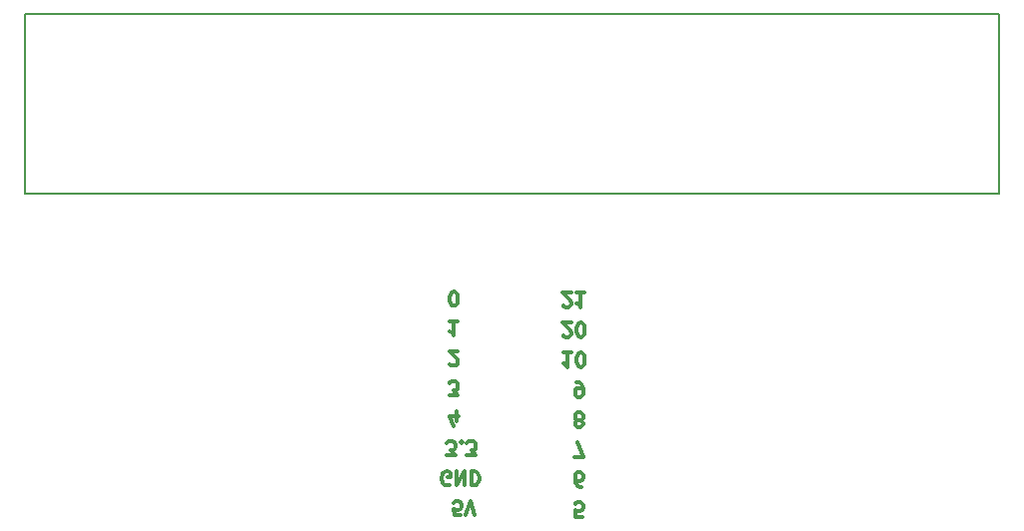
<source format=gbr>
%TF.GenerationSoftware,KiCad,Pcbnew,7.0.6-0*%
%TF.CreationDate,2023-12-02T16:23:56+00:00*%
%TF.ProjectId,Bitko clock,4269746b-6f20-4636-9c6f-636b2e6b6963,rev?*%
%TF.SameCoordinates,Original*%
%TF.FileFunction,Legend,Bot*%
%TF.FilePolarity,Positive*%
%FSLAX46Y46*%
G04 Gerber Fmt 4.6, Leading zero omitted, Abs format (unit mm)*
G04 Created by KiCad (PCBNEW 7.0.6-0) date 2023-12-02 16:23:56*
%MOMM*%
%LPD*%
G01*
G04 APERTURE LIST*
%ADD10C,0.300000*%
%ADD11C,0.150000*%
G04 APERTURE END LIST*
D10*
X69300368Y-85744457D02*
X68728940Y-85744457D01*
X68728940Y-85744457D02*
X68671797Y-85173028D01*
X68671797Y-85173028D02*
X68728940Y-85230171D01*
X68728940Y-85230171D02*
X68843226Y-85287314D01*
X68843226Y-85287314D02*
X69128940Y-85287314D01*
X69128940Y-85287314D02*
X69243226Y-85230171D01*
X69243226Y-85230171D02*
X69300368Y-85173028D01*
X69300368Y-85173028D02*
X69357511Y-85058742D01*
X69357511Y-85058742D02*
X69357511Y-84773028D01*
X69357511Y-84773028D02*
X69300368Y-84658742D01*
X69300368Y-84658742D02*
X69243226Y-84601600D01*
X69243226Y-84601600D02*
X69128940Y-84544457D01*
X69128940Y-84544457D02*
X68843226Y-84544457D01*
X68843226Y-84544457D02*
X68728940Y-84601600D01*
X68728940Y-84601600D02*
X68671797Y-84658742D01*
X69700368Y-85744457D02*
X70100368Y-84544457D01*
X70100368Y-84544457D02*
X70500368Y-85744457D01*
X78924796Y-80764457D02*
X79724796Y-80764457D01*
X79724796Y-80764457D02*
X79210510Y-79564457D01*
X68942368Y-77724457D02*
X68942368Y-76924457D01*
X68656653Y-78181600D02*
X68370939Y-77324457D01*
X68370939Y-77324457D02*
X69113796Y-77324457D01*
X68313796Y-75584457D02*
X69056653Y-75584457D01*
X69056653Y-75584457D02*
X68656653Y-75127314D01*
X68656653Y-75127314D02*
X68828082Y-75127314D01*
X68828082Y-75127314D02*
X68942368Y-75070171D01*
X68942368Y-75070171D02*
X68999510Y-75013028D01*
X68999510Y-75013028D02*
X69056653Y-74898742D01*
X69056653Y-74898742D02*
X69056653Y-74613028D01*
X69056653Y-74613028D02*
X68999510Y-74498742D01*
X68999510Y-74498742D02*
X68942368Y-74441600D01*
X68942368Y-74441600D02*
X68828082Y-74384457D01*
X68828082Y-74384457D02*
X68485225Y-74384457D01*
X68485225Y-74384457D02*
X68370939Y-74441600D01*
X68370939Y-74441600D02*
X68313796Y-74498742D01*
X69056653Y-69304457D02*
X68370939Y-69304457D01*
X68713796Y-69304457D02*
X68713796Y-70504457D01*
X68713796Y-70504457D02*
X68599510Y-70333028D01*
X68599510Y-70333028D02*
X68485225Y-70218742D01*
X68485225Y-70218742D02*
X68370939Y-70161600D01*
X78651653Y-71944457D02*
X77965939Y-71944457D01*
X78308796Y-71944457D02*
X78308796Y-73144457D01*
X78308796Y-73144457D02*
X78194510Y-72973028D01*
X78194510Y-72973028D02*
X78080225Y-72858742D01*
X78080225Y-72858742D02*
X77965939Y-72801600D01*
X79394510Y-73144457D02*
X79508796Y-73144457D01*
X79508796Y-73144457D02*
X79623082Y-73087314D01*
X79623082Y-73087314D02*
X79680225Y-73030171D01*
X79680225Y-73030171D02*
X79737367Y-72915885D01*
X79737367Y-72915885D02*
X79794510Y-72687314D01*
X79794510Y-72687314D02*
X79794510Y-72401600D01*
X79794510Y-72401600D02*
X79737367Y-72173028D01*
X79737367Y-72173028D02*
X79680225Y-72058742D01*
X79680225Y-72058742D02*
X79623082Y-72001600D01*
X79623082Y-72001600D02*
X79508796Y-71944457D01*
X79508796Y-71944457D02*
X79394510Y-71944457D01*
X79394510Y-71944457D02*
X79280225Y-72001600D01*
X79280225Y-72001600D02*
X79223082Y-72058742D01*
X79223082Y-72058742D02*
X79165939Y-72173028D01*
X79165939Y-72173028D02*
X79108796Y-72401600D01*
X79108796Y-72401600D02*
X79108796Y-72687314D01*
X79108796Y-72687314D02*
X79165939Y-72915885D01*
X79165939Y-72915885D02*
X79223082Y-73030171D01*
X79223082Y-73030171D02*
X79280225Y-73087314D01*
X79280225Y-73087314D02*
X79394510Y-73144457D01*
X77965939Y-70490171D02*
X78023082Y-70547314D01*
X78023082Y-70547314D02*
X78137368Y-70604457D01*
X78137368Y-70604457D02*
X78423082Y-70604457D01*
X78423082Y-70604457D02*
X78537368Y-70547314D01*
X78537368Y-70547314D02*
X78594510Y-70490171D01*
X78594510Y-70490171D02*
X78651653Y-70375885D01*
X78651653Y-70375885D02*
X78651653Y-70261600D01*
X78651653Y-70261600D02*
X78594510Y-70090171D01*
X78594510Y-70090171D02*
X77908796Y-69404457D01*
X77908796Y-69404457D02*
X78651653Y-69404457D01*
X79394510Y-70604457D02*
X79508796Y-70604457D01*
X79508796Y-70604457D02*
X79623082Y-70547314D01*
X79623082Y-70547314D02*
X79680225Y-70490171D01*
X79680225Y-70490171D02*
X79737367Y-70375885D01*
X79737367Y-70375885D02*
X79794510Y-70147314D01*
X79794510Y-70147314D02*
X79794510Y-69861600D01*
X79794510Y-69861600D02*
X79737367Y-69633028D01*
X79737367Y-69633028D02*
X79680225Y-69518742D01*
X79680225Y-69518742D02*
X79623082Y-69461600D01*
X79623082Y-69461600D02*
X79508796Y-69404457D01*
X79508796Y-69404457D02*
X79394510Y-69404457D01*
X79394510Y-69404457D02*
X79280225Y-69461600D01*
X79280225Y-69461600D02*
X79223082Y-69518742D01*
X79223082Y-69518742D02*
X79165939Y-69633028D01*
X79165939Y-69633028D02*
X79108796Y-69861600D01*
X79108796Y-69861600D02*
X79108796Y-70147314D01*
X79108796Y-70147314D02*
X79165939Y-70375885D01*
X79165939Y-70375885D02*
X79223082Y-70490171D01*
X79223082Y-70490171D02*
X79280225Y-70547314D01*
X79280225Y-70547314D02*
X79394510Y-70604457D01*
X68656653Y-67964457D02*
X68770939Y-67964457D01*
X68770939Y-67964457D02*
X68885225Y-67907314D01*
X68885225Y-67907314D02*
X68942368Y-67850171D01*
X68942368Y-67850171D02*
X68999510Y-67735885D01*
X68999510Y-67735885D02*
X69056653Y-67507314D01*
X69056653Y-67507314D02*
X69056653Y-67221600D01*
X69056653Y-67221600D02*
X68999510Y-66993028D01*
X68999510Y-66993028D02*
X68942368Y-66878742D01*
X68942368Y-66878742D02*
X68885225Y-66821600D01*
X68885225Y-66821600D02*
X68770939Y-66764457D01*
X68770939Y-66764457D02*
X68656653Y-66764457D01*
X68656653Y-66764457D02*
X68542368Y-66821600D01*
X68542368Y-66821600D02*
X68485225Y-66878742D01*
X68485225Y-66878742D02*
X68428082Y-66993028D01*
X68428082Y-66993028D02*
X68370939Y-67221600D01*
X68370939Y-67221600D02*
X68370939Y-67507314D01*
X68370939Y-67507314D02*
X68428082Y-67735885D01*
X68428082Y-67735885D02*
X68485225Y-67850171D01*
X68485225Y-67850171D02*
X68542368Y-67907314D01*
X68542368Y-67907314D02*
X68656653Y-67964457D01*
X79210510Y-77710171D02*
X79096225Y-77767314D01*
X79096225Y-77767314D02*
X79039082Y-77824457D01*
X79039082Y-77824457D02*
X78981939Y-77938742D01*
X78981939Y-77938742D02*
X78981939Y-77995885D01*
X78981939Y-77995885D02*
X79039082Y-78110171D01*
X79039082Y-78110171D02*
X79096225Y-78167314D01*
X79096225Y-78167314D02*
X79210510Y-78224457D01*
X79210510Y-78224457D02*
X79439082Y-78224457D01*
X79439082Y-78224457D02*
X79553368Y-78167314D01*
X79553368Y-78167314D02*
X79610510Y-78110171D01*
X79610510Y-78110171D02*
X79667653Y-77995885D01*
X79667653Y-77995885D02*
X79667653Y-77938742D01*
X79667653Y-77938742D02*
X79610510Y-77824457D01*
X79610510Y-77824457D02*
X79553368Y-77767314D01*
X79553368Y-77767314D02*
X79439082Y-77710171D01*
X79439082Y-77710171D02*
X79210510Y-77710171D01*
X79210510Y-77710171D02*
X79096225Y-77653028D01*
X79096225Y-77653028D02*
X79039082Y-77595885D01*
X79039082Y-77595885D02*
X78981939Y-77481600D01*
X78981939Y-77481600D02*
X78981939Y-77253028D01*
X78981939Y-77253028D02*
X79039082Y-77138742D01*
X79039082Y-77138742D02*
X79096225Y-77081600D01*
X79096225Y-77081600D02*
X79210510Y-77024457D01*
X79210510Y-77024457D02*
X79439082Y-77024457D01*
X79439082Y-77024457D02*
X79553368Y-77081600D01*
X79553368Y-77081600D02*
X79610510Y-77138742D01*
X79610510Y-77138742D02*
X79667653Y-77253028D01*
X79667653Y-77253028D02*
X79667653Y-77481600D01*
X79667653Y-77481600D02*
X79610510Y-77595885D01*
X79610510Y-77595885D02*
X79553368Y-77653028D01*
X79553368Y-77653028D02*
X79439082Y-77710171D01*
X79553368Y-83304457D02*
X79324796Y-83304457D01*
X79324796Y-83304457D02*
X79210510Y-83247314D01*
X79210510Y-83247314D02*
X79153368Y-83190171D01*
X79153368Y-83190171D02*
X79039082Y-83018742D01*
X79039082Y-83018742D02*
X78981939Y-82790171D01*
X78981939Y-82790171D02*
X78981939Y-82333028D01*
X78981939Y-82333028D02*
X79039082Y-82218742D01*
X79039082Y-82218742D02*
X79096225Y-82161600D01*
X79096225Y-82161600D02*
X79210510Y-82104457D01*
X79210510Y-82104457D02*
X79439082Y-82104457D01*
X79439082Y-82104457D02*
X79553368Y-82161600D01*
X79553368Y-82161600D02*
X79610510Y-82218742D01*
X79610510Y-82218742D02*
X79667653Y-82333028D01*
X79667653Y-82333028D02*
X79667653Y-82618742D01*
X79667653Y-82618742D02*
X79610510Y-82733028D01*
X79610510Y-82733028D02*
X79553368Y-82790171D01*
X79553368Y-82790171D02*
X79439082Y-82847314D01*
X79439082Y-82847314D02*
X79210510Y-82847314D01*
X79210510Y-82847314D02*
X79096225Y-82790171D01*
X79096225Y-82790171D02*
X79039082Y-82733028D01*
X79039082Y-82733028D02*
X78981939Y-82618742D01*
X79096225Y-74484457D02*
X79324796Y-74484457D01*
X79324796Y-74484457D02*
X79439082Y-74541600D01*
X79439082Y-74541600D02*
X79496225Y-74598742D01*
X79496225Y-74598742D02*
X79610510Y-74770171D01*
X79610510Y-74770171D02*
X79667653Y-74998742D01*
X79667653Y-74998742D02*
X79667653Y-75455885D01*
X79667653Y-75455885D02*
X79610510Y-75570171D01*
X79610510Y-75570171D02*
X79553368Y-75627314D01*
X79553368Y-75627314D02*
X79439082Y-75684457D01*
X79439082Y-75684457D02*
X79210510Y-75684457D01*
X79210510Y-75684457D02*
X79096225Y-75627314D01*
X79096225Y-75627314D02*
X79039082Y-75570171D01*
X79039082Y-75570171D02*
X78981939Y-75455885D01*
X78981939Y-75455885D02*
X78981939Y-75170171D01*
X78981939Y-75170171D02*
X79039082Y-75055885D01*
X79039082Y-75055885D02*
X79096225Y-74998742D01*
X79096225Y-74998742D02*
X79210510Y-74941600D01*
X79210510Y-74941600D02*
X79439082Y-74941600D01*
X79439082Y-74941600D02*
X79553368Y-74998742D01*
X79553368Y-74998742D02*
X79610510Y-75055885D01*
X79610510Y-75055885D02*
X79667653Y-75170171D01*
X68106654Y-80664457D02*
X68849511Y-80664457D01*
X68849511Y-80664457D02*
X68449511Y-80207314D01*
X68449511Y-80207314D02*
X68620940Y-80207314D01*
X68620940Y-80207314D02*
X68735226Y-80150171D01*
X68735226Y-80150171D02*
X68792368Y-80093028D01*
X68792368Y-80093028D02*
X68849511Y-79978742D01*
X68849511Y-79978742D02*
X68849511Y-79693028D01*
X68849511Y-79693028D02*
X68792368Y-79578742D01*
X68792368Y-79578742D02*
X68735226Y-79521600D01*
X68735226Y-79521600D02*
X68620940Y-79464457D01*
X68620940Y-79464457D02*
X68278083Y-79464457D01*
X68278083Y-79464457D02*
X68163797Y-79521600D01*
X68163797Y-79521600D02*
X68106654Y-79578742D01*
X69363797Y-79578742D02*
X69420940Y-79521600D01*
X69420940Y-79521600D02*
X69363797Y-79464457D01*
X69363797Y-79464457D02*
X69306654Y-79521600D01*
X69306654Y-79521600D02*
X69363797Y-79578742D01*
X69363797Y-79578742D02*
X69363797Y-79464457D01*
X69820940Y-80664457D02*
X70563797Y-80664457D01*
X70563797Y-80664457D02*
X70163797Y-80207314D01*
X70163797Y-80207314D02*
X70335226Y-80207314D01*
X70335226Y-80207314D02*
X70449512Y-80150171D01*
X70449512Y-80150171D02*
X70506654Y-80093028D01*
X70506654Y-80093028D02*
X70563797Y-79978742D01*
X70563797Y-79978742D02*
X70563797Y-79693028D01*
X70563797Y-79693028D02*
X70506654Y-79578742D01*
X70506654Y-79578742D02*
X70449512Y-79521600D01*
X70449512Y-79521600D02*
X70335226Y-79464457D01*
X70335226Y-79464457D02*
X69992369Y-79464457D01*
X69992369Y-79464457D02*
X69878083Y-79521600D01*
X69878083Y-79521600D02*
X69820940Y-79578742D01*
X77965939Y-67950171D02*
X78023082Y-68007314D01*
X78023082Y-68007314D02*
X78137368Y-68064457D01*
X78137368Y-68064457D02*
X78423082Y-68064457D01*
X78423082Y-68064457D02*
X78537368Y-68007314D01*
X78537368Y-68007314D02*
X78594510Y-67950171D01*
X78594510Y-67950171D02*
X78651653Y-67835885D01*
X78651653Y-67835885D02*
X78651653Y-67721600D01*
X78651653Y-67721600D02*
X78594510Y-67550171D01*
X78594510Y-67550171D02*
X77908796Y-66864457D01*
X77908796Y-66864457D02*
X78651653Y-66864457D01*
X79794510Y-66864457D02*
X79108796Y-66864457D01*
X79451653Y-66864457D02*
X79451653Y-68064457D01*
X79451653Y-68064457D02*
X79337367Y-67893028D01*
X79337367Y-67893028D02*
X79223082Y-67778742D01*
X79223082Y-67778742D02*
X79108796Y-67721600D01*
X68370939Y-72930171D02*
X68428082Y-72987314D01*
X68428082Y-72987314D02*
X68542368Y-73044457D01*
X68542368Y-73044457D02*
X68828082Y-73044457D01*
X68828082Y-73044457D02*
X68942368Y-72987314D01*
X68942368Y-72987314D02*
X68999510Y-72930171D01*
X68999510Y-72930171D02*
X69056653Y-72815885D01*
X69056653Y-72815885D02*
X69056653Y-72701600D01*
X69056653Y-72701600D02*
X68999510Y-72530171D01*
X68999510Y-72530171D02*
X68313796Y-71844457D01*
X68313796Y-71844457D02*
X69056653Y-71844457D01*
X79610510Y-85844457D02*
X79039082Y-85844457D01*
X79039082Y-85844457D02*
X78981939Y-85273028D01*
X78981939Y-85273028D02*
X79039082Y-85330171D01*
X79039082Y-85330171D02*
X79153368Y-85387314D01*
X79153368Y-85387314D02*
X79439082Y-85387314D01*
X79439082Y-85387314D02*
X79553368Y-85330171D01*
X79553368Y-85330171D02*
X79610510Y-85273028D01*
X79610510Y-85273028D02*
X79667653Y-85158742D01*
X79667653Y-85158742D02*
X79667653Y-84873028D01*
X79667653Y-84873028D02*
X79610510Y-84758742D01*
X79610510Y-84758742D02*
X79553368Y-84701600D01*
X79553368Y-84701600D02*
X79439082Y-84644457D01*
X79439082Y-84644457D02*
X79153368Y-84644457D01*
X79153368Y-84644457D02*
X79039082Y-84701600D01*
X79039082Y-84701600D02*
X78981939Y-84758742D01*
X68341511Y-83147314D02*
X68227226Y-83204457D01*
X68227226Y-83204457D02*
X68055797Y-83204457D01*
X68055797Y-83204457D02*
X67884368Y-83147314D01*
X67884368Y-83147314D02*
X67770083Y-83033028D01*
X67770083Y-83033028D02*
X67712940Y-82918742D01*
X67712940Y-82918742D02*
X67655797Y-82690171D01*
X67655797Y-82690171D02*
X67655797Y-82518742D01*
X67655797Y-82518742D02*
X67712940Y-82290171D01*
X67712940Y-82290171D02*
X67770083Y-82175885D01*
X67770083Y-82175885D02*
X67884368Y-82061600D01*
X67884368Y-82061600D02*
X68055797Y-82004457D01*
X68055797Y-82004457D02*
X68170083Y-82004457D01*
X68170083Y-82004457D02*
X68341511Y-82061600D01*
X68341511Y-82061600D02*
X68398654Y-82118742D01*
X68398654Y-82118742D02*
X68398654Y-82518742D01*
X68398654Y-82518742D02*
X68170083Y-82518742D01*
X68912940Y-82004457D02*
X68912940Y-83204457D01*
X68912940Y-83204457D02*
X69598654Y-82004457D01*
X69598654Y-82004457D02*
X69598654Y-83204457D01*
X70170083Y-82004457D02*
X70170083Y-83204457D01*
X70170083Y-83204457D02*
X70455797Y-83204457D01*
X70455797Y-83204457D02*
X70627226Y-83147314D01*
X70627226Y-83147314D02*
X70741511Y-83033028D01*
X70741511Y-83033028D02*
X70798654Y-82918742D01*
X70798654Y-82918742D02*
X70855797Y-82690171D01*
X70855797Y-82690171D02*
X70855797Y-82518742D01*
X70855797Y-82518742D02*
X70798654Y-82290171D01*
X70798654Y-82290171D02*
X70741511Y-82175885D01*
X70741511Y-82175885D02*
X70627226Y-82061600D01*
X70627226Y-82061600D02*
X70455797Y-82004457D01*
X70455797Y-82004457D02*
X70170083Y-82004457D01*
D11*
X32385000Y-43180000D02*
X114935000Y-43180000D01*
X114935000Y-58420000D01*
X32385000Y-58420000D01*
X32385000Y-43180000D01*
M02*

</source>
